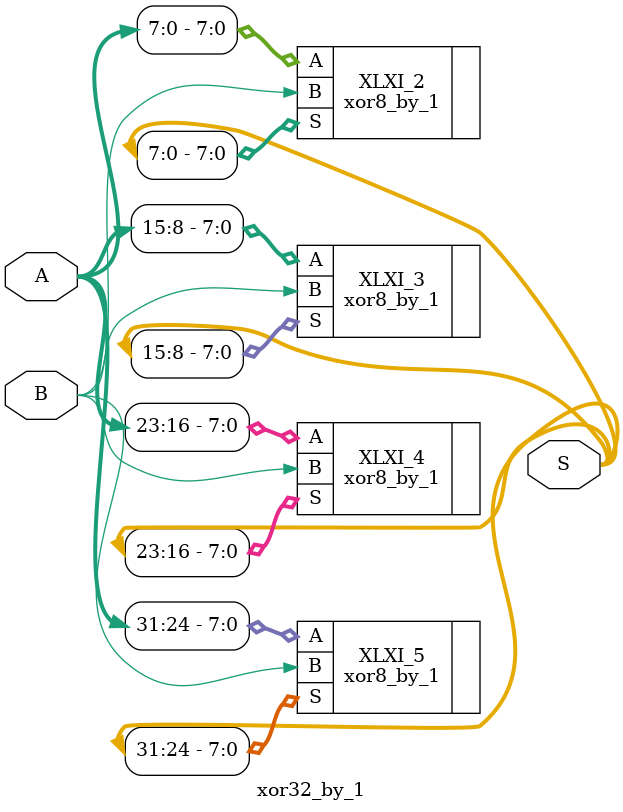
<source format=v>
`timescale 1ns / 1ps

module xor32_by_1(A, 
                  B, 
                  S);

    input [31:0] A;
    input B;
   output [31:0] S;
   
   
   xor8_by_1 XLXI_2 (.A(A[7:0]), 
                     .B(B), 
                     .S(S[7:0]));
   xor8_by_1 XLXI_3 (.A(A[15:8]), 
                     .B(B), 
                     .S(S[15:8]));
   xor8_by_1 XLXI_4 (.A(A[23:16]), 
                     .B(B), 
                     .S(S[23:16]));
   xor8_by_1 XLXI_5 (.A(A[31:24]), 
                     .B(B), 
                     .S(S[31:24]));
endmodule

</source>
